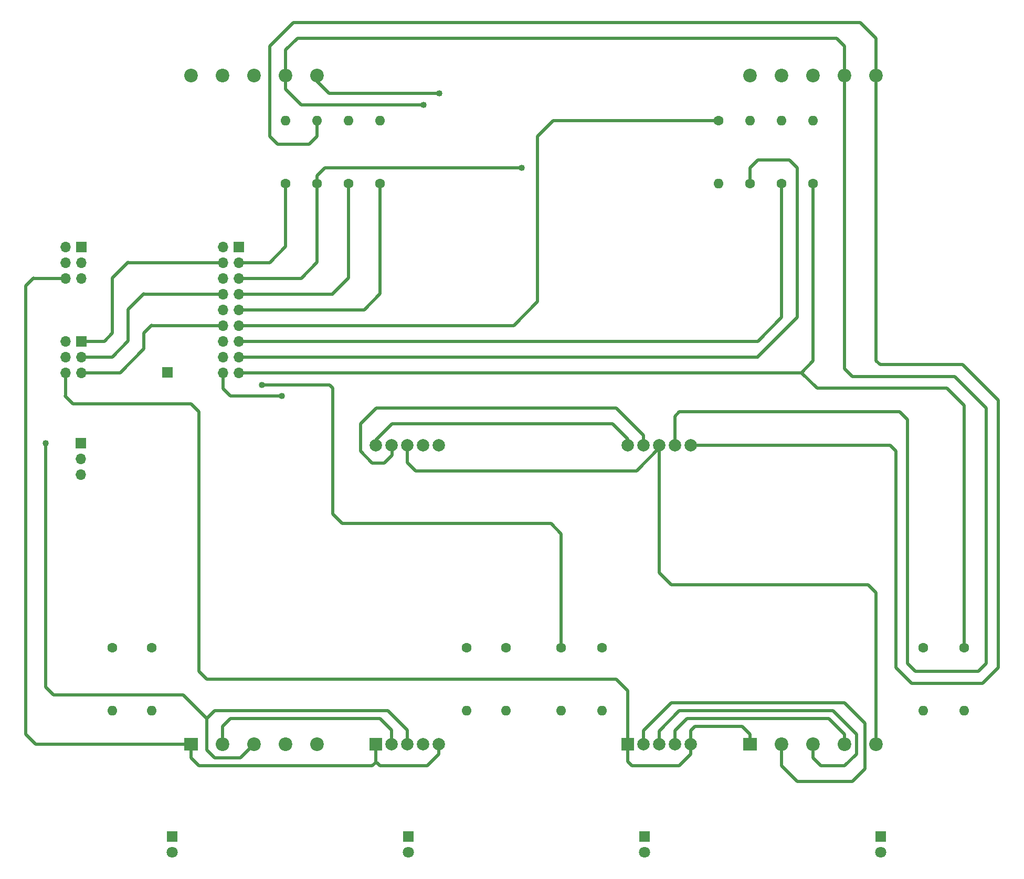
<source format=gbr>
%TF.GenerationSoftware,KiCad,Pcbnew,7.0.2*%
%TF.CreationDate,2023-07-06T23:20:30-07:00*%
%TF.ProjectId,Score-Board-Digits,53636f72-652d-4426-9f61-72642d446967,1*%
%TF.SameCoordinates,Original*%
%TF.FileFunction,Copper,L1,Top*%
%TF.FilePolarity,Positive*%
%FSLAX46Y46*%
G04 Gerber Fmt 4.6, Leading zero omitted, Abs format (unit mm)*
G04 Created by KiCad (PCBNEW 7.0.2) date 2023-07-06 23:20:30*
%MOMM*%
%LPD*%
G01*
G04 APERTURE LIST*
%TA.AperFunction,ComponentPad*%
%ADD10R,1.800000X1.800000*%
%TD*%
%TA.AperFunction,ComponentPad*%
%ADD11C,1.800000*%
%TD*%
%TA.AperFunction,ComponentPad*%
%ADD12R,2.200000X2.000000*%
%TD*%
%TA.AperFunction,ComponentPad*%
%ADD13C,2.200000*%
%TD*%
%TA.AperFunction,ComponentPad*%
%ADD14R,2.000000X2.000000*%
%TD*%
%TA.AperFunction,ComponentPad*%
%ADD15C,2.000000*%
%TD*%
%TA.AperFunction,ComponentPad*%
%ADD16C,1.600000*%
%TD*%
%TA.AperFunction,ComponentPad*%
%ADD17O,1.600000X1.600000*%
%TD*%
%TA.AperFunction,ComponentPad*%
%ADD18R,1.700000X1.700000*%
%TD*%
%TA.AperFunction,ComponentPad*%
%ADD19O,1.700000X1.700000*%
%TD*%
%TA.AperFunction,ViaPad*%
%ADD20C,1.016000*%
%TD*%
%TA.AperFunction,Conductor*%
%ADD21C,0.508000*%
%TD*%
G04 APERTURE END LIST*
D10*
%TO.P,LED4,1,K*%
%TO.N,Net-(LED4-K)*%
X163352000Y-161995000D03*
D11*
%TO.P,LED4,2,A*%
%TO.N,Net-(LED1-A)*%
X163352000Y-164535000D03*
%TD*%
D12*
%TO.P,DIG4,1,CA*%
%TO.N,Net-(OPT1-Pin_2)*%
X142270000Y-147095000D03*
D13*
%TO.P,DIG4,2,E*%
%TO.N,/SDA.E*%
X147350000Y-147095000D03*
%TO.P,DIG4,3,D*%
%TO.N,/SDA.D*%
X152430000Y-147095000D03*
%TO.P,DIG4,4,C*%
%TO.N,/SDA.C*%
X157510000Y-147095000D03*
%TO.P,DIG4,5,DP*%
%TO.N,/SDA.P*%
X162590000Y-147095000D03*
%TO.P,DIG4,6,B*%
%TO.N,/SDA.B*%
X162590000Y-39145000D03*
%TO.P,DIG4,7,A*%
%TO.N,/SDA.A*%
X157510000Y-39145000D03*
%TO.P,DIG4,8,CA*%
%TO.N,Net-(OPT1-Pin_2)*%
X152430000Y-39145000D03*
%TO.P,DIG4,9,F*%
%TO.N,/SDA.F*%
X147350000Y-39145000D03*
%TO.P,DIG4,10,G*%
%TO.N,/SDA.G*%
X142270000Y-39145000D03*
%TD*%
D14*
%TO.P,DIG1,1,CA*%
%TO.N,Net-(OPT10-Pin_2)*%
X81894200Y-147059800D03*
D15*
%TO.P,DIG1,2,E*%
%TO.N,/SDA.E*%
X84442000Y-147059800D03*
%TO.P,DIG1,3,D*%
%TO.N,/SDA.D*%
X86974200Y-147059800D03*
%TO.P,DIG1,4,C*%
%TO.N,/SDA.C*%
X89522000Y-147059800D03*
%TO.P,DIG1,5,CA*%
%TO.N,Net-(OPT10-Pin_2)*%
X92062000Y-147059800D03*
%TO.P,DIG1,6,B*%
%TO.N,/SDA.B*%
X92054200Y-98799800D03*
%TO.P,DIG1,7,A*%
%TO.N,/SDA.A*%
X89514200Y-98799800D03*
%TO.P,DIG1,8,DP*%
%TO.N,/SDA.P*%
X86974200Y-98799800D03*
%TO.P,DIG1,9,F*%
%TO.N,/SDA.F*%
X84434200Y-98799800D03*
%TO.P,DIG1,10,G*%
%TO.N,/SDA.G*%
X81894200Y-98799800D03*
%TD*%
D12*
%TO.P,DIG3,1,CA*%
%TO.N,Net-(OPT10-Pin_2)*%
X52100000Y-147095000D03*
D13*
%TO.P,DIG3,2,E*%
%TO.N,/SDA.E*%
X57180000Y-147095000D03*
%TO.P,DIG3,3,D*%
%TO.N,/SDA.D*%
X62260000Y-147095000D03*
%TO.P,DIG3,4,C*%
%TO.N,/SDA.C*%
X67340000Y-147095000D03*
%TO.P,DIG3,5,DP*%
%TO.N,/SDA.P*%
X72420000Y-147095000D03*
%TO.P,DIG3,6,B*%
%TO.N,/SDA.B*%
X72420000Y-39145000D03*
%TO.P,DIG3,7,A*%
%TO.N,/SDA.A*%
X67340000Y-39145000D03*
%TO.P,DIG3,8,CA*%
%TO.N,Net-(OPT10-Pin_2)*%
X62260000Y-39145000D03*
%TO.P,DIG3,9,F*%
%TO.N,/SDA.F*%
X57180000Y-39145000D03*
%TO.P,DIG3,10,G*%
%TO.N,/SDA.G*%
X52100000Y-39145000D03*
%TD*%
D10*
%TO.P,LED1,1,K*%
%TO.N,Net-(LED1-K)*%
X49052000Y-161995000D03*
D11*
%TO.P,LED1,2,A*%
%TO.N,Net-(LED1-A)*%
X49052000Y-164535000D03*
%TD*%
D10*
%TO.P,LED3,1,K*%
%TO.N,Net-(LED3-K)*%
X125252000Y-161995000D03*
D11*
%TO.P,LED3,2,A*%
%TO.N,Net-(LED1-A)*%
X125252000Y-164535000D03*
%TD*%
D10*
%TO.P,LED2,1,K*%
%TO.N,Net-(LED2-K)*%
X87152000Y-161995000D03*
D11*
%TO.P,LED2,2,A*%
%TO.N,Net-(LED1-A)*%
X87152000Y-164535000D03*
%TD*%
D14*
%TO.P,DIG2,1,CA*%
%TO.N,Net-(OPT1-Pin_2)*%
X122534200Y-147059800D03*
D15*
%TO.P,DIG2,2,E*%
%TO.N,/SDA.E*%
X125082000Y-147059800D03*
%TO.P,DIG2,3,D*%
%TO.N,/SDA.D*%
X127614200Y-147059800D03*
%TO.P,DIG2,4,C*%
%TO.N,/SDA.C*%
X130162000Y-147059800D03*
%TO.P,DIG2,5,CA*%
%TO.N,Net-(OPT1-Pin_2)*%
X132702000Y-147059800D03*
%TO.P,DIG2,6,B*%
%TO.N,/SDA.B*%
X132694200Y-98799800D03*
%TO.P,DIG2,7,A*%
%TO.N,/SDA.A*%
X130154200Y-98799800D03*
%TO.P,DIG2,8,DP*%
%TO.N,/SDA.P*%
X127614200Y-98799800D03*
%TO.P,DIG2,9,F*%
%TO.N,/SDA.F*%
X125074200Y-98799800D03*
%TO.P,DIG2,10,G*%
%TO.N,/SDA.G*%
X122534200Y-98799800D03*
%TD*%
D16*
%TO.P,R5,1*%
%TO.N,/SD.E*%
X137190000Y-46425000D03*
D17*
%TO.P,R5,2*%
%TO.N,/SDA.E*%
X137190000Y-56585000D03*
%TD*%
D16*
%TO.P,R12,1*%
%TO.N,/SD.D*%
X170210000Y-131515000D03*
D17*
%TO.P,R12,2*%
%TO.N,Net-(LED4-K)*%
X170210000Y-141675000D03*
%TD*%
D18*
%TO.P,OPT10,1,Pin_1*%
%TO.N,Net-(J1-Pin_2)*%
X34325000Y-66760000D03*
D19*
%TO.P,OPT10,2,Pin_2*%
%TO.N,Net-(OPT10-Pin_2)*%
X31785000Y-66760000D03*
%TO.P,OPT10,3,Pin_3*%
%TO.N,Net-(J1-Pin_6)*%
X34325000Y-69300000D03*
%TO.P,OPT10,4,Pin_4*%
%TO.N,Net-(OPT10-Pin_2)*%
X31785000Y-69300000D03*
%TO.P,OPT10,5,Pin_5*%
%TO.N,Net-(J1-Pin_10)*%
X34325000Y-71840000D03*
%TO.P,OPT10,6,Pin_6*%
%TO.N,Net-(OPT10-Pin_2)*%
X31785000Y-71840000D03*
%TD*%
D16*
%TO.P,R7,1*%
%TO.N,/SD.G*%
X142270000Y-56585000D03*
D17*
%TO.P,R7,2*%
%TO.N,/SDA.G*%
X142270000Y-46425000D03*
%TD*%
D18*
%TO.P,J1,1,Pin_1*%
%TO.N,GND*%
X59725000Y-66755000D03*
D19*
%TO.P,J1,2,Pin_2*%
%TO.N,Net-(J1-Pin_2)*%
X57185000Y-66755000D03*
%TO.P,J1,3,Pin_3*%
%TO.N,/SD.A*%
X59725000Y-69295000D03*
%TO.P,J1,4,Pin_4*%
%TO.N,Net-(J1-Pin_4)*%
X57185000Y-69295000D03*
%TO.P,J1,5,Pin_5*%
%TO.N,/SD.B*%
X59725000Y-71835000D03*
%TO.P,J1,6,Pin_6*%
%TO.N,Net-(J1-Pin_6)*%
X57185000Y-71835000D03*
%TO.P,J1,7,Pin_7*%
%TO.N,/SD.C*%
X59725000Y-74375000D03*
%TO.P,J1,8,Pin_8*%
%TO.N,Net-(J1-Pin_8)*%
X57185000Y-74375000D03*
%TO.P,J1,9,Pin_9*%
%TO.N,/SD.D*%
X59725000Y-76915000D03*
%TO.P,J1,10,Pin_10*%
%TO.N,Net-(J1-Pin_10)*%
X57185000Y-76915000D03*
%TO.P,J1,11,Pin_11*%
%TO.N,/SD.E*%
X59725000Y-79455000D03*
%TO.P,J1,12,Pin_12*%
%TO.N,Net-(J1-Pin_12)*%
X57185000Y-79455000D03*
%TO.P,J1,13,Pin_13*%
%TO.N,/SD.F*%
X59725000Y-81995000D03*
%TO.P,J1,14,Pin_14*%
%TO.N,Net-(J1-Pin_14)*%
X57185000Y-81995000D03*
%TO.P,J1,15,Pin_15*%
%TO.N,/SD.G*%
X59725000Y-84535000D03*
%TO.P,J1,16,Pin_16*%
%TO.N,Net-(J1-Pin_16)*%
X57185000Y-84535000D03*
%TO.P,J1,17,Pin_17*%
%TO.N,/SD.P*%
X59725000Y-87075000D03*
%TO.P,J1,18,Pin_18*%
%TO.N,GND*%
X57185000Y-87075000D03*
%TD*%
D16*
%TO.P,R13,1*%
%TO.N,/SD.E*%
X45750000Y-131515000D03*
D17*
%TO.P,R13,2*%
%TO.N,Net-(LED1-K)*%
X45750000Y-141675000D03*
%TD*%
D16*
%TO.P,R10,1*%
%TO.N,/SD.B*%
X96550000Y-131515000D03*
D17*
%TO.P,R10,2*%
%TO.N,Net-(LED2-K)*%
X96550000Y-141675000D03*
%TD*%
D16*
%TO.P,R2,1*%
%TO.N,/SD.B*%
X72420000Y-56585000D03*
D17*
%TO.P,R2,2*%
%TO.N,/SDA.B*%
X72420000Y-46425000D03*
%TD*%
D16*
%TO.P,R11,1*%
%TO.N,/SD.C*%
X111790000Y-131515000D03*
D17*
%TO.P,R11,2*%
%TO.N,Net-(LED3-K)*%
X111790000Y-141675000D03*
%TD*%
D16*
%TO.P,R6,1*%
%TO.N,/SD.F*%
X147350000Y-56585000D03*
D17*
%TO.P,R6,2*%
%TO.N,/SDA.F*%
X147350000Y-46425000D03*
%TD*%
D16*
%TO.P,R3,1*%
%TO.N,/SD.C*%
X77500000Y-56585000D03*
D17*
%TO.P,R3,2*%
%TO.N,/SDA.C*%
X77500000Y-46425000D03*
%TD*%
D16*
%TO.P,R16,1*%
%TO.N,/SD.P*%
X176814000Y-131515000D03*
D17*
%TO.P,R16,2*%
%TO.N,Net-(LED4-K)*%
X176814000Y-141675000D03*
%TD*%
D18*
%TO.P,GND,1,Pin_1*%
%TO.N,GND*%
X48290000Y-87065000D03*
%TD*%
D16*
%TO.P,R14,1*%
%TO.N,/SD.F*%
X102900000Y-131515000D03*
D17*
%TO.P,R14,2*%
%TO.N,Net-(LED2-K)*%
X102900000Y-141675000D03*
%TD*%
D16*
%TO.P,R4,1*%
%TO.N,/SD.D*%
X82580000Y-56585000D03*
D17*
%TO.P,R4,2*%
%TO.N,/SDA.D*%
X82580000Y-46425000D03*
%TD*%
D16*
%TO.P,R8,1*%
%TO.N,/SD.P*%
X152430000Y-56585000D03*
D17*
%TO.P,R8,2*%
%TO.N,/SDA.P*%
X152430000Y-46425000D03*
%TD*%
D18*
%TO.P,OPT1,1,Pin_1*%
%TO.N,Net-(J1-Pin_4)*%
X34325000Y-82000000D03*
D19*
%TO.P,OPT1,2,Pin_2*%
%TO.N,Net-(OPT1-Pin_2)*%
X31785000Y-82000000D03*
%TO.P,OPT1,3,Pin_3*%
%TO.N,Net-(J1-Pin_8)*%
X34325000Y-84540000D03*
%TO.P,OPT1,4,Pin_4*%
%TO.N,Net-(OPT1-Pin_2)*%
X31785000Y-84540000D03*
%TO.P,OPT1,5,Pin_5*%
%TO.N,Net-(J1-Pin_12)*%
X34325000Y-87080000D03*
%TO.P,OPT1,6,Pin_6*%
%TO.N,Net-(OPT1-Pin_2)*%
X31785000Y-87080000D03*
%TD*%
D16*
%TO.P,R9,1*%
%TO.N,/SD.A*%
X39400000Y-131515000D03*
D17*
%TO.P,R9,2*%
%TO.N,Net-(LED1-K)*%
X39400000Y-141675000D03*
%TD*%
D18*
%TO.P,OPT-IND,1,Pin_A*%
%TO.N,Net-(J1-Pin_14)*%
X34320000Y-98495000D03*
D19*
%TO.P,OPT-IND,2,Pin_Common*%
%TO.N,Net-(LED1-A)*%
X34320000Y-101035000D03*
%TO.P,OPT-IND,3,Pin_B*%
%TO.N,Net-(J1-Pin_16)*%
X34320000Y-103575000D03*
%TD*%
D16*
%TO.P,R15,1*%
%TO.N,/SD.G*%
X118394000Y-131515000D03*
D17*
%TO.P,R15,2*%
%TO.N,Net-(LED3-K)*%
X118394000Y-141675000D03*
%TD*%
D16*
%TO.P,R1,1*%
%TO.N,/SD.A*%
X67340000Y-56585000D03*
D17*
%TO.P,R1,2*%
%TO.N,/SDA.A*%
X67340000Y-46425000D03*
%TD*%
D20*
%TO.N,/SDA.D*%
X28605000Y-98495000D03*
%TO.N,/SDA.B*%
X92105000Y-41980000D03*
%TO.N,/SDA.A*%
X89565000Y-43885000D03*
%TO.N,GND*%
X66705000Y-90875000D03*
%TO.N,/SD.B*%
X105440000Y-54045000D03*
%TO.N,/SD.C*%
X63530000Y-89097000D03*
%TD*%
D21*
%TO.N,/SDA.E*%
X160812000Y-143707000D02*
X157510000Y-140405000D01*
X149890000Y-153105000D02*
X158780000Y-153105000D01*
X147350000Y-150565000D02*
X149890000Y-153105000D01*
X82580000Y-142945000D02*
X84442000Y-144807000D01*
X129570000Y-140405000D02*
X125082000Y-144893000D01*
X160812000Y-151073000D02*
X160812000Y-143707000D01*
X57180000Y-147095000D02*
X57180000Y-144215000D01*
X58450000Y-142945000D02*
X82580000Y-142945000D01*
X84442000Y-144807000D02*
X84442000Y-147059800D01*
X125082000Y-144893000D02*
X125082000Y-147059800D01*
X57180000Y-144215000D02*
X58450000Y-142945000D01*
X147350000Y-147095000D02*
X147350000Y-150565000D01*
X157510000Y-140405000D02*
X129570000Y-140405000D01*
X158780000Y-153105000D02*
X160812000Y-151073000D01*
%TO.N,/SDA.D*%
X159415000Y-145485000D02*
X159415000Y-148660000D01*
X83850000Y-141675000D02*
X86974200Y-144799200D01*
X60060000Y-149295000D02*
X55910000Y-149295000D01*
X153700000Y-150565000D02*
X152430000Y-149295000D01*
X28605000Y-137865000D02*
X29875000Y-139135000D01*
X62260000Y-147095000D02*
X60060000Y-149295000D01*
X54640000Y-142945000D02*
X54640000Y-144215000D01*
X28605000Y-98495000D02*
X28605000Y-137865000D01*
X155605000Y-141675000D02*
X159415000Y-145485000D01*
X86974200Y-144799200D02*
X86974200Y-147059800D01*
X29875000Y-139135000D02*
X50830000Y-139135000D01*
X54640000Y-148025000D02*
X54640000Y-144215000D01*
X159415000Y-148660000D02*
X157510000Y-150565000D01*
X55910000Y-149295000D02*
X54640000Y-148025000D01*
X130840000Y-141675000D02*
X155605000Y-141675000D01*
X50830000Y-139135000D02*
X54640000Y-142945000D01*
X152430000Y-149295000D02*
X152430000Y-147095000D01*
X157510000Y-150565000D02*
X153700000Y-150565000D01*
X55910000Y-141675000D02*
X83850000Y-141675000D01*
X127614200Y-147059800D02*
X127614200Y-144900800D01*
X54640000Y-142945000D02*
X55910000Y-141675000D01*
X127614200Y-144900800D02*
X130840000Y-141675000D01*
%TO.N,/SDA.C*%
X154970000Y-142945000D02*
X132110000Y-142945000D01*
X157510000Y-145485000D02*
X154970000Y-142945000D01*
X130162000Y-144893000D02*
X130162000Y-147059800D01*
X157510000Y-147095000D02*
X157510000Y-145485000D01*
X132110000Y-142945000D02*
X130162000Y-144893000D01*
%TO.N,/SDA.B*%
X74325000Y-41980000D02*
X72420000Y-40075000D01*
X162590000Y-33090000D02*
X160050000Y-30550000D01*
X160050000Y-30550000D02*
X68610000Y-30550000D01*
X72420000Y-40075000D02*
X72420000Y-39145000D01*
X64800000Y-34360000D02*
X64800000Y-48965000D01*
X176560000Y-85795000D02*
X182275000Y-91510000D01*
X71150000Y-50235000D02*
X72420000Y-48965000D01*
X162590000Y-85160000D02*
X163225000Y-85795000D01*
X64800000Y-48965000D02*
X66070000Y-50235000D01*
X182275000Y-91510000D02*
X182275000Y-134690000D01*
X163225000Y-85795000D02*
X176560000Y-85795000D01*
X92105000Y-41980000D02*
X74325000Y-41980000D01*
X168305000Y-137230000D02*
X165765000Y-134690000D01*
X179735000Y-137230000D02*
X168305000Y-137230000D01*
X182275000Y-134690000D02*
X179735000Y-137230000D01*
X162590000Y-39145000D02*
X162590000Y-33090000D01*
X66070000Y-50235000D02*
X71150000Y-50235000D01*
X165765000Y-134690000D02*
X165765000Y-99765000D01*
X165765000Y-99765000D02*
X164799800Y-98799800D01*
X68610000Y-30550000D02*
X64800000Y-34360000D01*
X164799800Y-98799800D02*
X132694200Y-98799800D01*
X72420000Y-48965000D02*
X72420000Y-46425000D01*
X162590000Y-39145000D02*
X162590000Y-85160000D01*
%TO.N,/SDA.A*%
X67340000Y-34995000D02*
X69245000Y-33090000D01*
X175290000Y-87700000D02*
X180370000Y-92780000D01*
X69245000Y-33090000D02*
X156240000Y-33090000D01*
X157510000Y-34360000D02*
X157510000Y-39145000D01*
X179100000Y-135325000D02*
X168940000Y-135325000D01*
X180370000Y-134055000D02*
X179100000Y-135325000D01*
X156240000Y-33090000D02*
X157510000Y-34360000D01*
X157510000Y-86430000D02*
X158780000Y-87700000D01*
X158780000Y-87700000D02*
X175290000Y-87700000D01*
X130154200Y-94100800D02*
X130154200Y-98799800D01*
X157510000Y-39145000D02*
X157510000Y-86430000D01*
X67340000Y-39145000D02*
X67340000Y-34995000D01*
X167670000Y-134055000D02*
X167670000Y-94685000D01*
X168940000Y-135325000D02*
X167670000Y-134055000D01*
X166400000Y-93415000D02*
X130840000Y-93415000D01*
X180370000Y-92780000D02*
X180370000Y-134055000D01*
X89565000Y-43885000D02*
X69880000Y-43885000D01*
X130840000Y-93415000D02*
X130154200Y-94100800D01*
X67340000Y-41345000D02*
X67340000Y-39145000D01*
X69880000Y-43885000D02*
X67340000Y-41345000D01*
X167670000Y-94685000D02*
X166400000Y-93415000D01*
%TO.N,/SDA.P*%
X127614200Y-119399200D02*
X127614200Y-98799800D01*
X88295000Y-102940000D02*
X123905800Y-102940000D01*
X127614200Y-99231600D02*
X127614200Y-98799800D01*
X161320000Y-121355000D02*
X129570000Y-121355000D01*
X86974200Y-101619200D02*
X88295000Y-102940000D01*
X162590000Y-122625000D02*
X161320000Y-121355000D01*
X162590000Y-147095000D02*
X162590000Y-122625000D01*
X123905800Y-102940000D02*
X127614200Y-99231600D01*
X86974200Y-98799800D02*
X86974200Y-101619200D01*
X129570000Y-121355000D02*
X127614200Y-119399200D01*
%TO.N,/SDA.F*%
X84485000Y-98850600D02*
X84434200Y-98799800D01*
X81945000Y-92780000D02*
X79405000Y-95320000D01*
X120680000Y-92780000D02*
X81945000Y-92780000D01*
X125074200Y-97174200D02*
X120680000Y-92780000D01*
X83215000Y-101670000D02*
X84485000Y-100400000D01*
X84485000Y-100400000D02*
X84485000Y-98850600D01*
X79405000Y-95320000D02*
X79405000Y-99765000D01*
X79405000Y-99765000D02*
X81310000Y-101670000D01*
X81310000Y-101670000D02*
X83215000Y-101670000D01*
X125074200Y-98799800D02*
X125074200Y-97174200D01*
%TO.N,/SDA.G*%
X84485000Y-95320000D02*
X120045000Y-95320000D01*
X81894200Y-98799800D02*
X81894200Y-97910800D01*
X122534200Y-97809200D02*
X122534200Y-98799800D01*
X120045000Y-95320000D02*
X122534200Y-97809200D01*
X81894200Y-97910800D02*
X84485000Y-95320000D01*
%TO.N,GND*%
X66705000Y-90875000D02*
X58450000Y-90875000D01*
X57185000Y-89610000D02*
X57185000Y-87075000D01*
X58450000Y-90875000D02*
X57185000Y-89610000D01*
%TO.N,/SD.A*%
X64790000Y-69295000D02*
X67340000Y-66745000D01*
X67340000Y-66745000D02*
X67340000Y-56585000D01*
X59725000Y-69295000D02*
X64790000Y-69295000D01*
%TO.N,Net-(J1-Pin_4)*%
X41950000Y-69295000D02*
X57185000Y-69295000D01*
X39400000Y-80715000D02*
X39400000Y-71825000D01*
X41940000Y-69285000D02*
X41950000Y-69295000D01*
X38115000Y-82000000D02*
X39400000Y-80715000D01*
X34325000Y-82000000D02*
X38115000Y-82000000D01*
X39400000Y-71825000D02*
X41940000Y-69285000D01*
%TO.N,/SD.B*%
X105440000Y-54045000D02*
X73690000Y-54045000D01*
X73690000Y-54045000D02*
X72420000Y-55315000D01*
X72420000Y-69285000D02*
X72420000Y-56585000D01*
X69870000Y-71835000D02*
X72420000Y-69285000D01*
X59725000Y-71835000D02*
X69870000Y-71835000D01*
X72420000Y-55315000D02*
X72420000Y-56585000D01*
%TO.N,/SD.C*%
X111790000Y-113100000D02*
X110139000Y-111449000D01*
X74960000Y-74365000D02*
X77500000Y-71825000D01*
X111790000Y-131515000D02*
X111790000Y-113100000D01*
X74960000Y-109925000D02*
X74960000Y-89605000D01*
X74452000Y-89097000D02*
X63530000Y-89097000D01*
X110139000Y-111449000D02*
X76484000Y-111449000D01*
X77500000Y-71825000D02*
X77500000Y-56585000D01*
X76484000Y-111449000D02*
X74960000Y-109925000D01*
X74950000Y-74375000D02*
X74960000Y-74365000D01*
X74960000Y-89605000D02*
X74452000Y-89097000D01*
X59725000Y-74375000D02*
X74950000Y-74375000D01*
%TO.N,Net-(J1-Pin_8)*%
X41940000Y-81985000D02*
X41940000Y-76905000D01*
X34325000Y-84540000D02*
X39385000Y-84540000D01*
X44490000Y-74375000D02*
X57185000Y-74375000D01*
X39385000Y-84540000D02*
X41940000Y-81985000D01*
X44480000Y-74365000D02*
X44490000Y-74375000D01*
X41940000Y-76905000D02*
X44480000Y-74365000D01*
%TO.N,/SD.D*%
X59725000Y-76915000D02*
X80030000Y-76915000D01*
X80030000Y-76915000D02*
X82580000Y-74365000D01*
X82580000Y-74365000D02*
X82580000Y-56585000D01*
%TO.N,/SD.E*%
X110520000Y-46425000D02*
X107980000Y-48965000D01*
X104160000Y-79455000D02*
X59725000Y-79455000D01*
X107980000Y-75635000D02*
X104160000Y-79455000D01*
X137190000Y-46425000D02*
X110520000Y-46425000D01*
X107980000Y-48965000D02*
X107980000Y-75635000D01*
%TO.N,Net-(J1-Pin_12)*%
X44480000Y-80715000D02*
X45750000Y-79445000D01*
X40655000Y-87080000D02*
X44480000Y-83255000D01*
X34325000Y-87080000D02*
X40655000Y-87080000D01*
X45760000Y-79455000D02*
X57185000Y-79455000D01*
X45750000Y-79445000D02*
X45760000Y-79455000D01*
X44480000Y-83255000D02*
X44480000Y-80715000D01*
%TO.N,/SD.F*%
X147350000Y-78175000D02*
X147350000Y-56585000D01*
X59725000Y-81995000D02*
X143530000Y-81995000D01*
X143530000Y-81995000D02*
X147350000Y-78175000D01*
%TO.N,/SD.G*%
X59725000Y-84535000D02*
X143530000Y-84535000D01*
X143540000Y-84525000D02*
X149890000Y-78175000D01*
X148620000Y-52775000D02*
X143540000Y-52775000D01*
X142270000Y-54045000D02*
X142270000Y-56585000D01*
X149890000Y-54045000D02*
X148620000Y-52775000D01*
X143540000Y-52775000D02*
X142270000Y-54045000D01*
X143530000Y-84535000D02*
X143540000Y-84525000D01*
X149890000Y-78175000D02*
X149890000Y-54045000D01*
%TO.N,/SD.P*%
X152430000Y-56585000D02*
X152430000Y-85180000D01*
X153065000Y-89605000D02*
X150535000Y-87075000D01*
X176814000Y-131515000D02*
X176814000Y-92399000D01*
X174020000Y-89605000D02*
X153065000Y-89605000D01*
X176814000Y-92399000D02*
X174020000Y-89605000D01*
X152430000Y-85180000D02*
X150535000Y-87075000D01*
X150535000Y-87075000D02*
X59725000Y-87075000D01*
%TO.N,Net-(OPT10-Pin_2)*%
X90200000Y-150565000D02*
X92062000Y-148703000D01*
X81995800Y-149980800D02*
X82580000Y-150565000D01*
X25430000Y-73095000D02*
X25430000Y-145485000D01*
X52100000Y-149295000D02*
X52100000Y-147095000D01*
X81894200Y-149980800D02*
X81310000Y-150565000D01*
X53370000Y-150565000D02*
X52100000Y-149295000D01*
X27040000Y-147095000D02*
X52100000Y-147095000D01*
X81894200Y-149980800D02*
X81995800Y-149980800D01*
X26715000Y-71840000D02*
X26700000Y-71825000D01*
X92062000Y-148703000D02*
X92062000Y-147059800D01*
X81310000Y-150565000D02*
X53370000Y-150565000D01*
X82580000Y-150565000D02*
X90200000Y-150565000D01*
X81894200Y-147059800D02*
X81894200Y-149980800D01*
X25430000Y-145485000D02*
X27040000Y-147095000D01*
X26700000Y-71825000D02*
X25430000Y-73095000D01*
X31785000Y-71840000D02*
X26715000Y-71840000D01*
%TO.N,Net-(OPT1-Pin_2)*%
X142270000Y-145485000D02*
X142270000Y-147095000D01*
X31785000Y-90870000D02*
X31780000Y-90875000D01*
X122534200Y-149879200D02*
X123220000Y-150565000D01*
X31785000Y-87080000D02*
X31785000Y-90870000D01*
X123220000Y-150565000D02*
X130840000Y-150565000D01*
X132702000Y-148703000D02*
X132702000Y-147059800D01*
X122534200Y-138449200D02*
X122534200Y-147059800D01*
X132702000Y-144893000D02*
X133380000Y-144215000D01*
X53370000Y-135325000D02*
X54640000Y-136595000D01*
X31780000Y-90875000D02*
X33050000Y-92145000D01*
X132702000Y-147059800D02*
X132702000Y-144893000D01*
X130840000Y-150565000D02*
X132702000Y-148703000D01*
X53370000Y-93415000D02*
X53370000Y-135325000D01*
X54640000Y-136595000D02*
X120680000Y-136595000D01*
X133380000Y-144215000D02*
X141000000Y-144215000D01*
X52100000Y-92145000D02*
X53370000Y-93415000D01*
X122534200Y-147059800D02*
X122534200Y-149879200D01*
X120680000Y-136595000D02*
X122534200Y-138449200D01*
X33050000Y-92145000D02*
X52100000Y-92145000D01*
X141000000Y-144215000D02*
X142270000Y-145485000D01*
%TD*%
M02*

</source>
